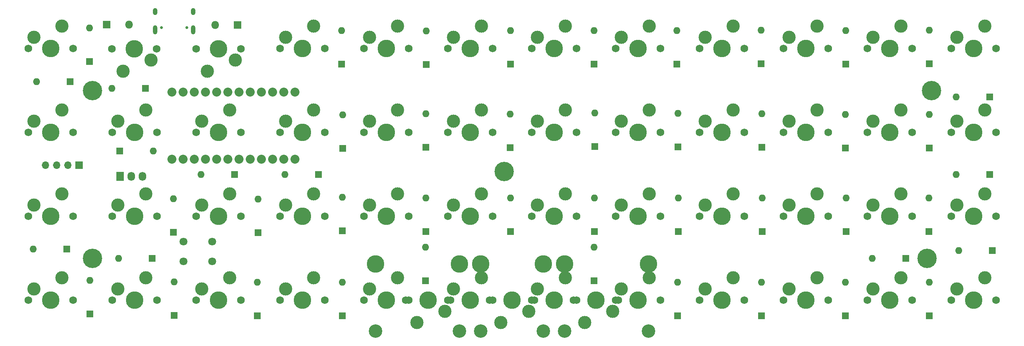
<source format=gbr>
%TF.GenerationSoftware,KiCad,Pcbnew,(6.0.6)*%
%TF.CreationDate,2023-05-08T18:03:42+05:30*%
%TF.ProjectId,Contra,436f6e74-7261-42e6-9b69-6361645f7063,rev?*%
%TF.SameCoordinates,Original*%
%TF.FileFunction,Soldermask,Top*%
%TF.FilePolarity,Negative*%
%FSLAX46Y46*%
G04 Gerber Fmt 4.6, Leading zero omitted, Abs format (unit mm)*
G04 Created by KiCad (PCBNEW (6.0.6)) date 2023-05-08 18:03:42*
%MOMM*%
%LPD*%
G01*
G04 APERTURE LIST*
%ADD10C,3.987800*%
%ADD11C,1.750000*%
%ADD12C,3.000000*%
%ADD13C,3.048000*%
%ADD14C,0.700000*%
%ADD15C,4.400000*%
%ADD16R,1.730000X2.030000*%
%ADD17O,1.730000X2.030000*%
%ADD18C,2.032000*%
%ADD19R,1.600000X1.600000*%
%ADD20O,1.600000X1.600000*%
%ADD21C,1.800000*%
%ADD22R,1.700000X1.700000*%
%ADD23O,1.700000X1.700000*%
%ADD24C,0.650000*%
%ADD25O,1.000000X2.100000*%
%ADD26O,1.000000X1.600000*%
%ADD27R,1.800000X1.800000*%
%ADD28O,1.800000X1.800000*%
G04 APERTURE END LIST*
D10*
%TO.C,MX1*%
X38100000Y-38100000D03*
D11*
X33020000Y-38100000D03*
D12*
X34290000Y-35560000D03*
D11*
X43180000Y-38100000D03*
D12*
X40640000Y-33020000D03*
%TD*%
%TO.C,MX4*%
X97790000Y-33020000D03*
X91440000Y-35560000D03*
D11*
X90170000Y-38100000D03*
D10*
X95250000Y-38100000D03*
D11*
X100330000Y-38100000D03*
%TD*%
%TO.C,MX5*%
X119380000Y-38100000D03*
D12*
X116840000Y-33020000D03*
D11*
X109220000Y-38100000D03*
D10*
X114300000Y-38100000D03*
D12*
X110490000Y-35560000D03*
%TD*%
%TO.C,MX6*%
X129540000Y-35560000D03*
D11*
X128270000Y-38100000D03*
X138430000Y-38100000D03*
D10*
X133350000Y-38100000D03*
D12*
X135890000Y-33020000D03*
%TD*%
D11*
%TO.C,MX7*%
X157480000Y-38100000D03*
D12*
X154940000Y-33020000D03*
D10*
X152400000Y-38100000D03*
D11*
X147320000Y-38100000D03*
D12*
X148590000Y-35560000D03*
%TD*%
%TO.C,MX8*%
X167640000Y-35560000D03*
D11*
X166370000Y-38100000D03*
D10*
X171450000Y-38100000D03*
D11*
X176530000Y-38100000D03*
D12*
X173990000Y-33020000D03*
%TD*%
%TO.C,MX9*%
X186690000Y-35560000D03*
X193040000Y-33020000D03*
D11*
X185420000Y-38100000D03*
D10*
X190500000Y-38100000D03*
D11*
X195580000Y-38100000D03*
%TD*%
%TO.C,MX10*%
X204470000Y-38100000D03*
D12*
X205740000Y-35560000D03*
X212090000Y-33020000D03*
D10*
X209550000Y-38100000D03*
D11*
X214630000Y-38100000D03*
%TD*%
%TO.C,MX11*%
X223520000Y-38100000D03*
D12*
X224790000Y-35560000D03*
D11*
X233680000Y-38100000D03*
D12*
X231140000Y-33020000D03*
D10*
X228600000Y-38100000D03*
%TD*%
D12*
%TO.C,MX12*%
X250190000Y-33020000D03*
D11*
X242570000Y-38100000D03*
D10*
X247650000Y-38100000D03*
D12*
X243840000Y-35560000D03*
D11*
X252730000Y-38100000D03*
%TD*%
D12*
%TO.C,MX13*%
X34290000Y-54610000D03*
D11*
X43180000Y-57150000D03*
D12*
X40640000Y-52070000D03*
D11*
X33020000Y-57150000D03*
D10*
X38100000Y-57150000D03*
%TD*%
%TO.C,MX14*%
X57150000Y-57150000D03*
D12*
X53340000Y-54610000D03*
X59690000Y-52070000D03*
D11*
X62230000Y-57150000D03*
X52070000Y-57150000D03*
%TD*%
%TO.C,MX15*%
X81280000Y-57150000D03*
D12*
X78740000Y-52070000D03*
X72390000Y-54610000D03*
D11*
X71120000Y-57150000D03*
D10*
X76200000Y-57150000D03*
%TD*%
D12*
%TO.C,MX16*%
X97790000Y-52070000D03*
X91440000Y-54610000D03*
D10*
X95250000Y-57150000D03*
D11*
X100330000Y-57150000D03*
X90170000Y-57150000D03*
%TD*%
D10*
%TO.C,MX17*%
X114300000Y-57150000D03*
D12*
X116840000Y-52070000D03*
X110490000Y-54610000D03*
D11*
X109220000Y-57150000D03*
X119380000Y-57150000D03*
%TD*%
D12*
%TO.C,MX18*%
X129540000Y-54610000D03*
X135890000Y-52070000D03*
D10*
X133350000Y-57150000D03*
D11*
X138430000Y-57150000D03*
X128270000Y-57150000D03*
%TD*%
%TO.C,MX19*%
X157480000Y-57150000D03*
D12*
X148590000Y-54610000D03*
X154940000Y-52070000D03*
D10*
X152400000Y-57150000D03*
D11*
X147320000Y-57150000D03*
%TD*%
D12*
%TO.C,MX20*%
X173990000Y-52070000D03*
D10*
X171450000Y-57150000D03*
D12*
X167640000Y-54610000D03*
D11*
X176530000Y-57150000D03*
X166370000Y-57150000D03*
%TD*%
D12*
%TO.C,MX21*%
X186690000Y-54610000D03*
D10*
X190500000Y-57150000D03*
D11*
X185420000Y-57150000D03*
X195580000Y-57150000D03*
D12*
X193040000Y-52070000D03*
%TD*%
D11*
%TO.C,MX22*%
X214630000Y-57150000D03*
D12*
X205740000Y-54610000D03*
D11*
X204470000Y-57150000D03*
D10*
X209550000Y-57150000D03*
D12*
X212090000Y-52070000D03*
%TD*%
D11*
%TO.C,MX23*%
X233680000Y-57150000D03*
X223520000Y-57150000D03*
D12*
X224790000Y-54610000D03*
D10*
X228600000Y-57150000D03*
D12*
X231140000Y-52070000D03*
%TD*%
D11*
%TO.C,MX24*%
X242570000Y-57150000D03*
X252730000Y-57150000D03*
D10*
X247650000Y-57150000D03*
D12*
X243840000Y-54610000D03*
X250190000Y-52070000D03*
%TD*%
D11*
%TO.C,MX25*%
X43180000Y-76200000D03*
D12*
X34290000Y-73660000D03*
D10*
X38100000Y-76200000D03*
D12*
X40640000Y-71120000D03*
D11*
X33020000Y-76200000D03*
%TD*%
%TO.C,MX26*%
X62230000Y-76200000D03*
D12*
X59690000Y-71120000D03*
D10*
X57150000Y-76200000D03*
D11*
X52070000Y-76200000D03*
D12*
X53340000Y-73660000D03*
%TD*%
%TO.C,MX27*%
X72390000Y-73660000D03*
X78740000Y-71120000D03*
D11*
X81280000Y-76200000D03*
X71120000Y-76200000D03*
D10*
X76200000Y-76200000D03*
%TD*%
D12*
%TO.C,MX28*%
X97790000Y-71120000D03*
D10*
X95250000Y-76200000D03*
D11*
X90170000Y-76200000D03*
D12*
X91440000Y-73660000D03*
D11*
X100330000Y-76200000D03*
%TD*%
%TO.C,MX29*%
X109220000Y-76200000D03*
D10*
X114300000Y-76200000D03*
D11*
X119380000Y-76200000D03*
D12*
X110490000Y-73660000D03*
X116840000Y-71120000D03*
%TD*%
%TO.C,MX30*%
X135890000Y-71120000D03*
D11*
X138430000Y-76200000D03*
X128270000Y-76200000D03*
D10*
X133350000Y-76200000D03*
D12*
X129540000Y-73660000D03*
%TD*%
%TO.C,MX31*%
X148590000Y-73660000D03*
X154940000Y-71120000D03*
D10*
X152400000Y-76200000D03*
D11*
X147320000Y-76200000D03*
X157480000Y-76200000D03*
%TD*%
%TO.C,MX32*%
X176530000Y-76200000D03*
D10*
X171450000Y-76200000D03*
D12*
X173990000Y-71120000D03*
D11*
X166370000Y-76200000D03*
D12*
X167640000Y-73660000D03*
%TD*%
D11*
%TO.C,MX33*%
X195580000Y-76200000D03*
X185420000Y-76200000D03*
D10*
X190500000Y-76200000D03*
D12*
X193040000Y-71120000D03*
X186690000Y-73660000D03*
%TD*%
D10*
%TO.C,MX34*%
X209550000Y-76200000D03*
D11*
X204470000Y-76200000D03*
X214630000Y-76200000D03*
D12*
X205740000Y-73660000D03*
X212090000Y-71120000D03*
%TD*%
D11*
%TO.C,MX35*%
X223520000Y-76200000D03*
D12*
X224790000Y-73660000D03*
D10*
X228600000Y-76200000D03*
D12*
X231140000Y-71120000D03*
D11*
X233680000Y-76200000D03*
%TD*%
%TO.C,MX36*%
X252730000Y-76200000D03*
D12*
X250190000Y-71120000D03*
X243840000Y-73660000D03*
D11*
X242570000Y-76200000D03*
D10*
X247650000Y-76200000D03*
%TD*%
D11*
%TO.C,MX37*%
X33020000Y-95250000D03*
X43180000Y-95250000D03*
D10*
X38100000Y-95250000D03*
D12*
X40640000Y-90170000D03*
X34290000Y-92710000D03*
%TD*%
D11*
%TO.C,MX38*%
X62230000Y-95250000D03*
D12*
X59690000Y-90170000D03*
X53340000Y-92710000D03*
D10*
X57150000Y-95250000D03*
D11*
X52070000Y-95250000D03*
%TD*%
D12*
%TO.C,MX39*%
X78740000Y-90170000D03*
D10*
X76200000Y-95250000D03*
D11*
X81280000Y-95250000D03*
X71120000Y-95250000D03*
D12*
X72390000Y-92710000D03*
%TD*%
%TO.C,MX40*%
X97790000Y-90170000D03*
D11*
X100330000Y-95250000D03*
X90170000Y-95250000D03*
D12*
X91440000Y-92710000D03*
D10*
X95250000Y-95250000D03*
%TD*%
D12*
%TO.C,MX41*%
X116840000Y-90170000D03*
D11*
X109220000Y-95250000D03*
D12*
X110490000Y-92710000D03*
D11*
X119380000Y-95250000D03*
D10*
X114300000Y-95250000D03*
%TD*%
D11*
%TO.C,MX42*%
X138430000Y-95250000D03*
D10*
X133350000Y-95250000D03*
D11*
X128270000Y-95250000D03*
D12*
X135890000Y-90170000D03*
X129540000Y-92710000D03*
%TD*%
%TO.C,MX43*%
X154940000Y-90170000D03*
D11*
X157480000Y-95250000D03*
X147320000Y-95250000D03*
D10*
X152400000Y-95250000D03*
D12*
X148590000Y-92710000D03*
%TD*%
D10*
%TO.C,MX44*%
X171450000Y-95250000D03*
D11*
X166370000Y-95250000D03*
X176530000Y-95250000D03*
D12*
X173990000Y-90170000D03*
X167640000Y-92710000D03*
%TD*%
D11*
%TO.C,MX45*%
X195580000Y-95250000D03*
D12*
X193040000Y-90170000D03*
D10*
X190500000Y-95250000D03*
D12*
X186690000Y-92710000D03*
D11*
X185420000Y-95250000D03*
%TD*%
D12*
%TO.C,MX46*%
X212090000Y-90170000D03*
D11*
X204470000Y-95250000D03*
D12*
X205740000Y-92710000D03*
D11*
X214630000Y-95250000D03*
D10*
X209550000Y-95250000D03*
%TD*%
D11*
%TO.C,MX47*%
X233680000Y-95250000D03*
X223520000Y-95250000D03*
D12*
X224790000Y-92710000D03*
X231140000Y-90170000D03*
D10*
X228600000Y-95250000D03*
%TD*%
D12*
%TO.C,MX48*%
X243840000Y-92710000D03*
X250190000Y-90170000D03*
D11*
X252730000Y-95250000D03*
D10*
X247650000Y-95250000D03*
D11*
X242570000Y-95250000D03*
%TD*%
D12*
%TO.C,MX49*%
X140335000Y-100330000D03*
D10*
X130937000Y-86995000D03*
D13*
X154813000Y-102235000D03*
D11*
X147955000Y-95250000D03*
D10*
X154813000Y-86995000D03*
D11*
X137795000Y-95250000D03*
D13*
X130937000Y-102235000D03*
D10*
X142875000Y-95250000D03*
D12*
X146685000Y-97790000D03*
%TD*%
D14*
%TO.C,REF\u002A\u002A*%
X237108200Y-87381200D03*
X238274926Y-86897926D03*
X238758200Y-85731200D03*
X235941474Y-84564474D03*
X237108200Y-84081200D03*
D15*
X237108200Y-85731200D03*
D14*
X235941474Y-86897926D03*
X235458200Y-85731200D03*
X238274926Y-84564474D03*
%TD*%
%TO.C,REF\u002A\u002A*%
X238118200Y-45981200D03*
X238118200Y-49281200D03*
X236951474Y-48797926D03*
X239768200Y-47631200D03*
X236468200Y-47631200D03*
X239284926Y-46464474D03*
D15*
X238118200Y-47631200D03*
D14*
X239284926Y-48797926D03*
X236951474Y-46464474D03*
%TD*%
%TO.C,REF\u002A\u002A*%
X139951474Y-64824474D03*
X142284926Y-67157926D03*
X142284926Y-64824474D03*
X141118200Y-64341200D03*
X139951474Y-67157926D03*
X141118200Y-67641200D03*
X142768200Y-65991200D03*
X139468200Y-65991200D03*
D15*
X141118200Y-65991200D03*
%TD*%
D14*
%TO.C,REF\u002A\u002A*%
X46421474Y-48767926D03*
X49238200Y-47601200D03*
X45938200Y-47601200D03*
D15*
X47588200Y-47601200D03*
D14*
X47588200Y-49251200D03*
X47588200Y-45951200D03*
X48754926Y-48767926D03*
X46421474Y-46434474D03*
X48754926Y-46434474D03*
%TD*%
%TO.C,REF\u002A\u002A*%
X46451474Y-84564474D03*
D15*
X47618200Y-85731200D03*
D14*
X45968200Y-85731200D03*
X48784926Y-84564474D03*
X49268200Y-85731200D03*
X48784926Y-86897926D03*
X47618200Y-84081200D03*
X46451474Y-86897926D03*
X47618200Y-87381200D03*
%TD*%
D11*
%TO.C,MX2*%
X52049680Y-38120320D03*
D12*
X60939680Y-40660320D03*
D10*
X57129680Y-38120320D03*
D12*
X54589680Y-43200320D03*
D11*
X62209680Y-38120320D03*
%TD*%
D12*
%TO.C,MX3*%
X73649840Y-43200320D03*
D10*
X76189840Y-38120320D03*
D11*
X71109840Y-38120320D03*
X81269840Y-38120320D03*
D12*
X79999840Y-40660320D03*
%TD*%
D13*
%TO.C,MX43*%
X149992200Y-102231200D03*
D12*
X159390200Y-100326200D03*
D10*
X161930200Y-95246200D03*
D12*
X165740200Y-97786200D03*
D13*
X173868200Y-102231200D03*
D11*
X167010200Y-95246200D03*
D10*
X149992200Y-86991200D03*
D11*
X156850200Y-95246200D03*
D10*
X173868200Y-86991200D03*
%TD*%
D16*
%TO.C,J3*%
X53868200Y-67071200D03*
D17*
X56408200Y-67071200D03*
X58948200Y-67071200D03*
%TD*%
D11*
%TO.C,MX42*%
X118746200Y-95246200D03*
D10*
X111888200Y-86991200D03*
X135764200Y-86991200D03*
D13*
X135764200Y-102231200D03*
D11*
X128906200Y-95246200D03*
D12*
X127636200Y-97786200D03*
D13*
X111888200Y-102231200D03*
D10*
X123826200Y-95246200D03*
D12*
X121286200Y-100326200D03*
%TD*%
D18*
%TO.C,U1*%
X65623440Y-47934880D03*
X68163440Y-47934880D03*
X70703440Y-47934880D03*
X73243440Y-47934880D03*
X75783440Y-47934880D03*
X78323440Y-47934880D03*
X80863440Y-47934880D03*
X83403440Y-47934880D03*
X85943440Y-47934880D03*
X88483440Y-47934880D03*
X91023440Y-47934880D03*
X93563440Y-47934880D03*
X93563440Y-63174880D03*
X91023440Y-63174880D03*
X88483440Y-63174880D03*
X85943440Y-63174880D03*
X83403440Y-63174880D03*
X80863440Y-63174880D03*
X78323440Y-63174880D03*
X75783440Y-63174880D03*
X73243440Y-63174880D03*
X70703440Y-63174880D03*
X68163440Y-63174880D03*
X65623440Y-63174880D03*
%TD*%
D19*
%TO.C,D1*%
X46958200Y-41016200D03*
D20*
X46958200Y-33396200D03*
%TD*%
D19*
%TO.C,D2*%
X59653200Y-47151200D03*
D20*
X52033200Y-47151200D03*
%TD*%
D19*
%TO.C,D3*%
X79851250Y-66675000D03*
D20*
X72231250Y-66675000D03*
%TD*%
D19*
%TO.C,D4*%
X104198200Y-41646200D03*
D20*
X104198200Y-34026200D03*
%TD*%
D19*
%TO.C,D5*%
X123348200Y-41706200D03*
D20*
X123348200Y-34086200D03*
%TD*%
D19*
%TO.C,D6*%
X142488200Y-41646200D03*
D20*
X142488200Y-34026200D03*
%TD*%
D19*
%TO.C,D7*%
X161508200Y-41646200D03*
D20*
X161508200Y-34026200D03*
%TD*%
D19*
%TO.C,D8*%
X180318200Y-41646200D03*
D20*
X180318200Y-34026200D03*
%TD*%
D19*
%TO.C,D9*%
X199398200Y-41576200D03*
D20*
X199398200Y-33956200D03*
%TD*%
D19*
%TO.C,D10*%
X218608200Y-41646200D03*
D20*
X218608200Y-34026200D03*
%TD*%
D19*
%TO.C,D11*%
X237558200Y-41576200D03*
D20*
X237558200Y-33956200D03*
%TD*%
D19*
%TO.C,D12*%
X251279660Y-49075340D03*
D20*
X243659660Y-49075340D03*
%TD*%
D19*
%TO.C,D13*%
X42563200Y-45621200D03*
D20*
X34943200Y-45621200D03*
%TD*%
D19*
%TO.C,D14*%
X53813200Y-61391200D03*
D20*
X61433200Y-61391200D03*
%TD*%
D19*
%TO.C,D15*%
X98901250Y-66675000D03*
D20*
X91281250Y-66675000D03*
%TD*%
D19*
%TO.C,D16*%
X104398200Y-60786200D03*
D20*
X104398200Y-53166200D03*
%TD*%
D19*
%TO.C,D17*%
X123278200Y-60526200D03*
D20*
X123278200Y-52906200D03*
%TD*%
D19*
%TO.C,D18*%
X142428200Y-60586200D03*
D20*
X142428200Y-52966200D03*
%TD*%
D19*
%TO.C,D19*%
X161638200Y-60326200D03*
D20*
X161638200Y-52706200D03*
%TD*%
D19*
%TO.C,D20*%
X180518200Y-60456200D03*
D20*
X180518200Y-52836200D03*
%TD*%
D19*
%TO.C,D21*%
X199598200Y-60526200D03*
D20*
X199598200Y-52906200D03*
%TD*%
D19*
%TO.C,D22*%
X218548200Y-60656200D03*
D20*
X218548200Y-53036200D03*
%TD*%
D19*
%TO.C,D23*%
X237558200Y-60656200D03*
D20*
X237558200Y-53036200D03*
%TD*%
D19*
%TO.C,D24*%
X251301250Y-66675000D03*
D20*
X243681250Y-66675000D03*
%TD*%
D19*
%TO.C,D25*%
X61118750Y-85725000D03*
D20*
X53498750Y-85725000D03*
%TD*%
D19*
%TO.C,D26*%
X65988200Y-79806200D03*
D20*
X65988200Y-72186200D03*
%TD*%
D19*
%TO.C,D27*%
X85188200Y-79851250D03*
D20*
X85188200Y-72231250D03*
%TD*%
D19*
%TO.C,D28*%
X104348200Y-79496200D03*
D20*
X104348200Y-71876200D03*
%TD*%
D19*
%TO.C,D29*%
X123278200Y-79666200D03*
D20*
X123278200Y-72046200D03*
%TD*%
D19*
%TO.C,D30*%
X142488200Y-79666200D03*
D20*
X142488200Y-72046200D03*
%TD*%
D19*
%TO.C,D31*%
X161568200Y-79606200D03*
D20*
X161568200Y-71986200D03*
%TD*%
D19*
%TO.C,D32*%
X180578200Y-79606200D03*
D20*
X180578200Y-71986200D03*
%TD*%
D19*
%TO.C,D33*%
X199628200Y-79606200D03*
D20*
X199628200Y-71986200D03*
%TD*%
D19*
%TO.C,D34*%
X218678200Y-79606200D03*
D20*
X218678200Y-71986200D03*
%TD*%
D19*
%TO.C,D35*%
X232251250Y-85725000D03*
D20*
X224631250Y-85725000D03*
%TD*%
D19*
%TO.C,D36*%
X237498200Y-79606200D03*
D20*
X237498200Y-71986200D03*
%TD*%
D19*
%TO.C,D37*%
X41751250Y-83611200D03*
D20*
X34131250Y-83611200D03*
%TD*%
D19*
%TO.C,D38*%
X47018200Y-98316200D03*
D20*
X47018200Y-90696200D03*
%TD*%
D19*
%TO.C,D39*%
X66168200Y-98686200D03*
D20*
X66168200Y-91066200D03*
%TD*%
D19*
%TO.C,D40*%
X85018200Y-98736200D03*
D20*
X85018200Y-91116200D03*
%TD*%
D19*
%TO.C,D41*%
X104328200Y-98786200D03*
D20*
X104328200Y-91166200D03*
%TD*%
D19*
%TO.C,D42*%
X123198200Y-90821200D03*
D20*
X123198200Y-83201200D03*
%TD*%
D19*
%TO.C,D43*%
X161478200Y-90801200D03*
D20*
X161478200Y-83181200D03*
%TD*%
D19*
%TO.C,D44*%
X180438200Y-98786200D03*
D20*
X180438200Y-91166200D03*
%TD*%
D19*
%TO.C,D45*%
X199488200Y-98786200D03*
D20*
X199488200Y-91166200D03*
%TD*%
D19*
%TO.C,D46*%
X218538200Y-98786200D03*
D20*
X218538200Y-91166200D03*
%TD*%
D19*
%TO.C,D47*%
X237588200Y-98786200D03*
D20*
X237588200Y-91166200D03*
%TD*%
D19*
%TO.C,D48*%
X251933200Y-83951200D03*
D20*
X244313200Y-83951200D03*
%TD*%
D21*
%TO.C,SW1*%
X68298200Y-81921200D03*
X74798200Y-86421200D03*
X68298200Y-86421200D03*
X74798200Y-81921200D03*
%TD*%
D22*
%TO.C,J1*%
X44558200Y-64581200D03*
D23*
X42018200Y-64581200D03*
X39478200Y-64581200D03*
X36938200Y-64581200D03*
%TD*%
D24*
%TO.C,USB-C*%
X69041760Y-33334000D03*
X63261760Y-33334000D03*
D25*
X61831760Y-33864000D03*
X70471760Y-33864000D03*
D26*
X70471760Y-29684000D03*
X61831760Y-29684000D03*
%TD*%
D27*
%TO.C,R3*%
X50833200Y-32651200D03*
D28*
X55913200Y-32651200D03*
%TD*%
D27*
%TO.C,R4*%
X80513200Y-32701200D03*
D28*
X75433200Y-32701200D03*
%TD*%
M02*

</source>
